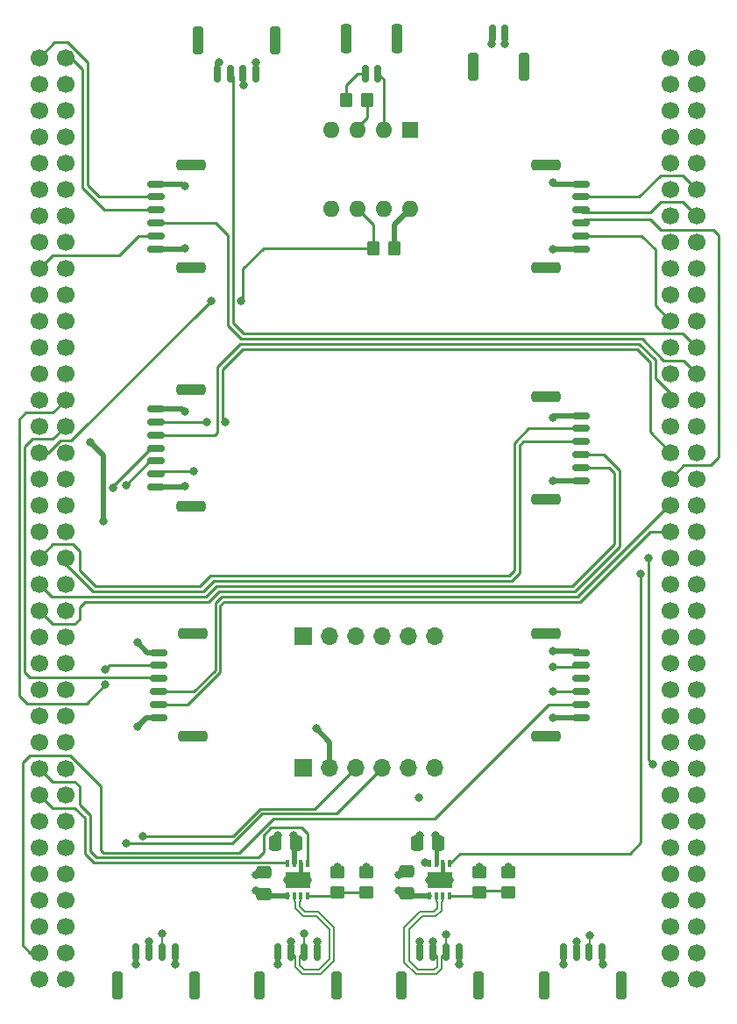
<source format=gbr>
%TF.GenerationSoftware,KiCad,Pcbnew,(6.0.1-0)*%
%TF.CreationDate,2023-01-01T10:50:50-08:00*%
%TF.ProjectId,nucleo_144_hat,6e75636c-656f-45f3-9134-345f6861742e,rev?*%
%TF.SameCoordinates,Original*%
%TF.FileFunction,Copper,L1,Top*%
%TF.FilePolarity,Positive*%
%FSLAX46Y46*%
G04 Gerber Fmt 4.6, Leading zero omitted, Abs format (unit mm)*
G04 Created by KiCad (PCBNEW (6.0.1-0)) date 2023-01-01 10:50:50*
%MOMM*%
%LPD*%
G01*
G04 APERTURE LIST*
G04 Aperture macros list*
%AMRoundRect*
0 Rectangle with rounded corners*
0 $1 Rounding radius*
0 $2 $3 $4 $5 $6 $7 $8 $9 X,Y pos of 4 corners*
0 Add a 4 corners polygon primitive as box body*
4,1,4,$2,$3,$4,$5,$6,$7,$8,$9,$2,$3,0*
0 Add four circle primitives for the rounded corners*
1,1,$1+$1,$2,$3*
1,1,$1+$1,$4,$5*
1,1,$1+$1,$6,$7*
1,1,$1+$1,$8,$9*
0 Add four rect primitives between the rounded corners*
20,1,$1+$1,$2,$3,$4,$5,0*
20,1,$1+$1,$4,$5,$6,$7,0*
20,1,$1+$1,$6,$7,$8,$9,0*
20,1,$1+$1,$8,$9,$2,$3,0*%
G04 Aperture macros list end*
%TA.AperFunction,SMDPad,CuDef*%
%ADD10RoundRect,0.150000X-0.150000X-0.700000X0.150000X-0.700000X0.150000X0.700000X-0.150000X0.700000X0*%
%TD*%
%TA.AperFunction,SMDPad,CuDef*%
%ADD11RoundRect,0.250000X-0.250000X-1.150000X0.250000X-1.150000X0.250000X1.150000X-0.250000X1.150000X0*%
%TD*%
%TA.AperFunction,SMDPad,CuDef*%
%ADD12RoundRect,0.250000X0.337500X0.475000X-0.337500X0.475000X-0.337500X-0.475000X0.337500X-0.475000X0*%
%TD*%
%TA.AperFunction,SMDPad,CuDef*%
%ADD13RoundRect,0.250000X-0.350000X-0.450000X0.350000X-0.450000X0.350000X0.450000X-0.350000X0.450000X0*%
%TD*%
%TA.AperFunction,SMDPad,CuDef*%
%ADD14R,0.350000X0.650000*%
%TD*%
%TA.AperFunction,SMDPad,CuDef*%
%ADD15R,2.400000X1.550000*%
%TD*%
%TA.AperFunction,ComponentPad*%
%ADD16C,1.700000*%
%TD*%
%TA.AperFunction,SMDPad,CuDef*%
%ADD17RoundRect,0.250000X-0.250000X-1.100000X0.250000X-1.100000X0.250000X1.100000X-0.250000X1.100000X0*%
%TD*%
%TA.AperFunction,SMDPad,CuDef*%
%ADD18RoundRect,0.150000X0.700000X-0.150000X0.700000X0.150000X-0.700000X0.150000X-0.700000X-0.150000X0*%
%TD*%
%TA.AperFunction,SMDPad,CuDef*%
%ADD19RoundRect,0.250000X1.150000X-0.250000X1.150000X0.250000X-1.150000X0.250000X-1.150000X-0.250000X0*%
%TD*%
%TA.AperFunction,SMDPad,CuDef*%
%ADD20RoundRect,0.250000X0.450000X-0.350000X0.450000X0.350000X-0.450000X0.350000X-0.450000X-0.350000X0*%
%TD*%
%TA.AperFunction,SMDPad,CuDef*%
%ADD21RoundRect,0.150000X-0.700000X0.150000X-0.700000X-0.150000X0.700000X-0.150000X0.700000X0.150000X0*%
%TD*%
%TA.AperFunction,SMDPad,CuDef*%
%ADD22RoundRect,0.250000X-1.150000X0.250000X-1.150000X-0.250000X1.150000X-0.250000X1.150000X0.250000X0*%
%TD*%
%TA.AperFunction,SMDPad,CuDef*%
%ADD23RoundRect,0.250000X0.475000X-0.337500X0.475000X0.337500X-0.475000X0.337500X-0.475000X-0.337500X0*%
%TD*%
%TA.AperFunction,SMDPad,CuDef*%
%ADD24RoundRect,0.150000X0.150000X0.700000X-0.150000X0.700000X-0.150000X-0.700000X0.150000X-0.700000X0*%
%TD*%
%TA.AperFunction,SMDPad,CuDef*%
%ADD25RoundRect,0.250000X0.250000X1.100000X-0.250000X1.100000X-0.250000X-1.100000X0.250000X-1.100000X0*%
%TD*%
%TA.AperFunction,SMDPad,CuDef*%
%ADD26RoundRect,0.250000X-0.450000X0.350000X-0.450000X-0.350000X0.450000X-0.350000X0.450000X0.350000X0*%
%TD*%
%TA.AperFunction,SMDPad,CuDef*%
%ADD27RoundRect,0.250000X0.350000X0.450000X-0.350000X0.450000X-0.350000X-0.450000X0.350000X-0.450000X0*%
%TD*%
%TA.AperFunction,ComponentPad*%
%ADD28R,1.700000X1.700000*%
%TD*%
%TA.AperFunction,ComponentPad*%
%ADD29O,1.700000X1.700000*%
%TD*%
%TA.AperFunction,ComponentPad*%
%ADD30O,1.600000X1.600000*%
%TD*%
%TA.AperFunction,ComponentPad*%
%ADD31R,1.600000X1.600000*%
%TD*%
%TA.AperFunction,ViaPad*%
%ADD32C,0.800000*%
%TD*%
%TA.AperFunction,Conductor*%
%ADD33C,0.200000*%
%TD*%
%TA.AperFunction,Conductor*%
%ADD34C,0.250000*%
%TD*%
%TA.AperFunction,Conductor*%
%ADD35C,0.500000*%
%TD*%
%TA.AperFunction,Conductor*%
%ADD36C,0.400000*%
%TD*%
G04 APERTURE END LIST*
D10*
%TO.P,J13,1,Pin_1*%
%TO.N,Net-(J13-Pad1)*%
X146995000Y-59350000D03*
%TO.P,J13,2,Pin_2*%
%TO.N,Net-(J13-Pad2)*%
X148245000Y-59350000D03*
D11*
%TO.P,J13,MP*%
%TO.N,N/C*%
X145145000Y-56000000D03*
X150095000Y-56000000D03*
%TD*%
D12*
%TO.P,C1,1*%
%TO.N,+5V*%
X140356500Y-133604000D03*
%TO.P,C1,2*%
%TO.N,GND*%
X138281500Y-133604000D03*
%TD*%
D13*
%TO.P,R5,2*%
%TO.N,Net-(R5-Pad2)*%
X147156000Y-61954000D03*
%TO.P,R5,1*%
%TO.N,Net-(J13-Pad1)*%
X145156000Y-61954000D03*
%TD*%
D14*
%TO.P,U3,1,TXD*%
%TO.N,/CAN2_TX*%
X155153000Y-135610000D03*
%TO.P,U3,2,GND*%
%TO.N,GND*%
X154503000Y-135610000D03*
%TO.P,U3,3,VCC*%
%TO.N,+5V*%
X153853000Y-135610000D03*
%TO.P,U3,4,RXD*%
%TO.N,/CAN2_RX*%
X153203000Y-135610000D03*
%TO.P,U3,5,VIO*%
%TO.N,+3V3*%
X153203000Y-138710000D03*
%TO.P,U3,6,CANL*%
%TO.N,/CAN2_N*%
X153853000Y-138710000D03*
%TO.P,U3,7,CANH*%
%TO.N,/CAN2_P*%
X154503000Y-138710000D03*
%TO.P,U3,8,S*%
%TO.N,/CAN_SILENT2*%
X155153000Y-138710000D03*
D15*
%TO.P,U3,9,GND*%
%TO.N,GND*%
X154178000Y-137160000D03*
%TD*%
D16*
%TO.P,U1,1,PC10*%
%TO.N,/UART4_TX*%
X115510500Y-57828600D03*
%TO.P,U1,2,PC11*%
%TO.N,/UART4_RX*%
X118050500Y-57828600D03*
%TO.P,U1,3,PC12*%
%TO.N,unconnected-(U1-Pad3)*%
X115510500Y-60368600D03*
%TO.P,U1,4,PD2*%
%TO.N,unconnected-(U1-Pad4)*%
X118050500Y-60368600D03*
%TO.P,U1,5,VDD*%
%TO.N,unconnected-(U1-Pad5)*%
X115510500Y-62908600D03*
%TO.P,U1,6,E5V*%
%TO.N,+5V*%
X118050500Y-62908600D03*
%TO.P,U1,7,~{BOOT0}*%
%TO.N,unconnected-(U1-Pad7)*%
X115510500Y-65448600D03*
%TO.P,U1,8,GND*%
%TO.N,GND*%
X118050500Y-65448600D03*
%TO.P,U1,9,PF6*%
%TO.N,unconnected-(U1-Pad9)*%
X115510500Y-67988600D03*
%TO.P,U1,10,NC*%
%TO.N,unconnected-(U1-Pad10)*%
X118050500Y-67988600D03*
%TO.P,U1,11,PF7*%
%TO.N,unconnected-(U1-Pad11)*%
X115510500Y-70528600D03*
%TO.P,U1,12,IOREF*%
%TO.N,unconnected-(U1-Pad12)*%
X118050500Y-70528600D03*
%TO.P,U1,13,TMS/PA13*%
%TO.N,unconnected-(U1-Pad13)*%
X115510500Y-73068600D03*
%TO.P,U1,14,~{RST}*%
%TO.N,unconnected-(U1-Pad14)*%
X118050500Y-73068600D03*
%TO.P,U1,15,TCK/PA14*%
%TO.N,unconnected-(U1-Pad15)*%
X115510500Y-75608600D03*
%TO.P,U1,16,+3V3*%
%TO.N,+3V3*%
X118050500Y-75608600D03*
%TO.P,U1,17,PA15*%
%TO.N,/UART4_RTS*%
X115510500Y-78148600D03*
%TO.P,U1,18,+5V*%
%TO.N,unconnected-(U1-Pad18)*%
X118050500Y-78148600D03*
%TO.P,U1,19,GND*%
%TO.N,GND*%
X115510500Y-80688600D03*
%TO.P,U1,20,GND*%
X118050500Y-80688600D03*
%TO.P,U1,21,LD2/PB7*%
%TO.N,unconnected-(U1-Pad21)*%
X115510500Y-83228600D03*
%TO.P,U1,22,GND*%
%TO.N,GND*%
X118050500Y-83228600D03*
%TO.P,U1,23,BT/PC13*%
%TO.N,unconnected-(U1-Pad23)*%
X115510500Y-85768600D03*
%TO.P,U1,24,VIN*%
%TO.N,unconnected-(U1-Pad24)*%
X118050500Y-85768600D03*
%TO.P,U1,25,RTC_CRYSTAL/PC14*%
%TO.N,unconnected-(U1-Pad25)*%
X115510500Y-88308600D03*
%TO.P,U1,26,NC*%
%TO.N,unconnected-(U1-Pad26)*%
X118050500Y-88308600D03*
%TO.P,U1,27,RTC_CRYSTAL/PC15*%
%TO.N,unconnected-(U1-Pad27)*%
X115510500Y-90848600D03*
%TO.P,U1,28,ETH_REF_CLK/PA0*%
%TO.N,/PWM2{slash}1*%
X118050500Y-90848600D03*
%TO.P,U1,29,PH0*%
%TO.N,unconnected-(U1-Pad29)*%
X115510500Y-93388600D03*
%TO.P,U1,30,ETH_MDIO/PA1*%
%TO.N,/PWM2{slash}2*%
X118050500Y-93388600D03*
%TO.P,U1,31,PH1*%
%TO.N,/PH1*%
X115510500Y-95928600D03*
%TO.P,U1,32,PA4*%
%TO.N,unconnected-(U1-Pad32)*%
X118050500Y-95928600D03*
%TO.P,U1,33,VBAT*%
%TO.N,unconnected-(U1-Pad33)*%
X115510500Y-98468600D03*
%TO.P,U1,34,PB0*%
%TO.N,/ADC1{slash}8*%
X118050500Y-98468600D03*
%TO.P,U1,35,PC2*%
%TO.N,unconnected-(U1-Pad35)*%
X115510500Y-101008600D03*
%TO.P,U1,36,ETH_MDC/PC1*%
%TO.N,unconnected-(U1-Pad36)*%
X118050500Y-101008600D03*
%TO.P,U1,37,PC3*%
%TO.N,unconnected-(U1-Pad37)*%
X115510500Y-103548600D03*
%TO.P,U1,38,PC0*%
%TO.N,unconnected-(U1-Pad38)*%
X118050500Y-103548600D03*
%TO.P,U1,39,PD4*%
%TO.N,/UART2_RTS*%
X115510500Y-106088600D03*
%TO.P,U1,40,PD3*%
%TO.N,/UART2_CTS*%
X118050500Y-106088600D03*
%TO.P,U1,41,PD5*%
%TO.N,/UART2_TX*%
X115510500Y-108628600D03*
%TO.P,U1,42,PG2*%
%TO.N,unconnected-(U1-Pad42)*%
X118050500Y-108628600D03*
%TO.P,U1,43,PD6*%
%TO.N,/UART2_RX*%
X115510500Y-111168600D03*
%TO.P,U1,44,PG3*%
%TO.N,unconnected-(U1-Pad44)*%
X118050500Y-111168600D03*
%TO.P,U1,45,PD7*%
%TO.N,/SPI1_MOSI*%
X115510500Y-113708600D03*
%TO.P,U1,46,PE2*%
%TO.N,unconnected-(U1-Pad46)*%
X118050500Y-113708600D03*
%TO.P,U1,47,PE3*%
%TO.N,unconnected-(U1-Pad47)*%
X115510500Y-116248600D03*
%TO.P,U1,48,PE4*%
%TO.N,unconnected-(U1-Pad48)*%
X118050500Y-116248600D03*
%TO.P,U1,49,GND*%
%TO.N,GND*%
X115510500Y-118788600D03*
%TO.P,U1,50,PE5*%
%TO.N,unconnected-(U1-Pad50)*%
X118050500Y-118788600D03*
%TO.P,U1,51,PF1*%
%TO.N,unconnected-(U1-Pad51)*%
X115510500Y-121328600D03*
%TO.P,U1,52,PF2*%
%TO.N,unconnected-(U1-Pad52)*%
X118050500Y-121328600D03*
%TO.P,U1,53,PF0*%
%TO.N,unconnected-(U1-Pad53)*%
X115510500Y-123868600D03*
%TO.P,U1,54,PF8*%
%TO.N,unconnected-(U1-Pad54)*%
X118050500Y-123868600D03*
%TO.P,U1,55,PD1*%
%TO.N,/CAN1_TX*%
X115510500Y-126408600D03*
%TO.P,U1,56,PF9*%
%TO.N,unconnected-(U1-Pad56)*%
X118050500Y-126408600D03*
%TO.P,U1,57,PD0*%
%TO.N,/CAN1_RX*%
X115510500Y-128948600D03*
%TO.P,U1,58,PG1*%
%TO.N,unconnected-(U1-Pad58)*%
X118050500Y-128948600D03*
%TO.P,U1,59,PG0*%
%TO.N,unconnected-(U1-Pad59)*%
X115510500Y-131488600D03*
%TO.P,U1,60,GND*%
%TO.N,GND*%
X118050500Y-131488600D03*
%TO.P,U1,61,PE1*%
%TO.N,/TX*%
X115510500Y-134028600D03*
%TO.P,U1,62,PE6*%
%TO.N,unconnected-(U1-Pad62)*%
X118050500Y-134028600D03*
%TO.P,U1,63,PG9*%
%TO.N,/RX*%
X115510500Y-136568600D03*
%TO.P,U1,64,PG15*%
%TO.N,unconnected-(U1-Pad64)*%
X118050500Y-136568600D03*
%TO.P,U1,65,PG12*%
%TO.N,unconnected-(U1-Pad65)*%
X115510500Y-139108600D03*
%TO.P,U1,66,PG10*%
%TO.N,/~{SPI1_CS1}*%
X118050500Y-139108600D03*
%TO.P,U1,67,NC*%
%TO.N,unconnected-(U1-Pad67)*%
X115510500Y-141648600D03*
%TO.P,U1,68,PG13/ETH_TXD0*%
%TO.N,unconnected-(U1-Pad68)*%
X118050500Y-141648600D03*
%TO.P,U1,69,STLINK_RX/PD9*%
%TO.N,/UART3_TX*%
X115510500Y-144188600D03*
%TO.P,U1,70,PG11/ETH_TX_EN*%
%TO.N,unconnected-(U1-Pad70)*%
X118050500Y-144188600D03*
%TO.P,U1,71,GND*%
%TO.N,GND*%
X115510500Y-146728600D03*
%TO.P,U1,72,GND*%
X118050500Y-146728600D03*
%TO.P,U1,73,PC9*%
%TO.N,unconnected-(U1-Pad73)*%
X176470500Y-57828600D03*
%TO.P,U1,74,PC8*%
%TO.N,unconnected-(U1-Pad74)*%
X179010500Y-57828600D03*
%TO.P,U1,75,PB8*%
%TO.N,unconnected-(U1-Pad75)*%
X176470500Y-60368600D03*
%TO.P,U1,76,PC6*%
%TO.N,unconnected-(U1-Pad76)*%
X179010500Y-60368600D03*
%TO.P,U1,77,PB9*%
%TO.N,unconnected-(U1-Pad77)*%
X176470500Y-62908600D03*
%TO.P,U1,78,ETH_RXD1/PC5*%
%TO.N,unconnected-(U1-Pad78)*%
X179010500Y-62908600D03*
%TO.P,U1,79,AVDD*%
%TO.N,unconnected-(U1-Pad79)*%
X176470500Y-65448600D03*
%TO.P,U1,80,U5V*%
%TO.N,unconnected-(U1-Pad80)*%
X179010500Y-65448600D03*
%TO.P,U1,81,GND*%
%TO.N,GND*%
X176470500Y-67988600D03*
%TO.P,U1,82,STLINK_TX/PD8*%
%TO.N,/UART3_RX*%
X179010500Y-67988600D03*
%TO.P,U1,83,PA5*%
%TO.N,unconnected-(U1-Pad83)*%
X176470500Y-70528600D03*
%TO.P,U1,84,USB_DP/PA12*%
%TO.N,/UART1_RTS*%
X179010500Y-70528600D03*
%TO.P,U1,85,PA6*%
%TO.N,unconnected-(U1-Pad85)*%
X176470500Y-73068600D03*
%TO.P,U1,86,USB_DM/PA11*%
%TO.N,/UART1_CTS*%
X179010500Y-73068600D03*
%TO.P,U1,87,ETH_CRS_DV/PA7*%
%TO.N,unconnected-(U1-Pad87)*%
X176470500Y-75608600D03*
%TO.P,U1,88,PB12*%
%TO.N,/~{SPI2_CS2}*%
X179010500Y-75608600D03*
%TO.P,U1,89,PB6*%
%TO.N,/CAN2_TX*%
X176470500Y-78148600D03*
%TO.P,U1,90,PB11*%
%TO.N,unconnected-(U1-Pad90)*%
X179010500Y-78148600D03*
%TO.P,U1,91,PC7*%
%TO.N,unconnected-(U1-Pad91)*%
X176470500Y-80688600D03*
%TO.P,U1,92,GND*%
%TO.N,GND*%
X179010500Y-80688600D03*
%TO.P,U1,93,USB_VBUS/PA9*%
%TO.N,/UART1_TX*%
X176470500Y-83228600D03*
%TO.P,U1,94,PB2*%
%TO.N,unconnected-(U1-Pad94)*%
X179010500Y-83228600D03*
%TO.P,U1,95,USB_SOF/PA8*%
%TO.N,unconnected-(U1-Pad95)*%
X176470500Y-85768600D03*
%TO.P,U1,96,PB1*%
%TO.N,/ADC1{slash}9*%
X179010500Y-85768600D03*
%TO.P,U1,97,PB10*%
%TO.N,unconnected-(U1-Pad97)*%
X176470500Y-88308600D03*
%TO.P,U1,98,PB15*%
%TO.N,/UART4_CTS*%
X179010500Y-88308600D03*
%TO.P,U1,99,PB4*%
%TO.N,/SPI1_MISO*%
X176470500Y-90848600D03*
%TO.P,U1,100,LD3/PB14*%
%TO.N,/UART3_RTS*%
X179010500Y-90848600D03*
%TO.P,U1,101,PB5*%
%TO.N,/CAN2_RX*%
X176470500Y-93388600D03*
%TO.P,U1,102,ETH_TXD1/PB13*%
%TO.N,/UART3_CTS*%
X179010500Y-93388600D03*
%TO.P,U1,103,SWO/PB3*%
%TO.N,/SPI1_SCK*%
X176470500Y-95928600D03*
%TO.P,U1,104,AGND*%
%TO.N,GND*%
X179010500Y-95928600D03*
%TO.P,U1,105,USB_ID/PA10*%
%TO.N,/UART1_RX*%
X176470500Y-98468600D03*
%TO.P,U1,106,ETH_RXD0/PC4*%
%TO.N,unconnected-(U1-Pad106)*%
X179010500Y-98468600D03*
%TO.P,U1,107,PA2*%
%TO.N,/PWM2{slash}3*%
X176470500Y-101008600D03*
%TO.P,U1,108,PF5*%
%TO.N,unconnected-(U1-Pad108)*%
X179010500Y-101008600D03*
%TO.P,U1,109,PA3*%
%TO.N,/PWM2{slash}4*%
X176470500Y-103548600D03*
%TO.P,U1,110,PF4*%
%TO.N,unconnected-(U1-Pad110)*%
X179010500Y-103548600D03*
%TO.P,U1,111,GND*%
%TO.N,GND*%
X176470500Y-106088600D03*
%TO.P,U1,112,PE8*%
%TO.N,unconnected-(U1-Pad112)*%
X179010500Y-106088600D03*
%TO.P,U1,113,PD13*%
%TO.N,unconnected-(U1-Pad113)*%
X176470500Y-108628600D03*
%TO.P,U1,114,PF10*%
%TO.N,unconnected-(U1-Pad114)*%
X179010500Y-108628600D03*
%TO.P,U1,115,PD12*%
%TO.N,unconnected-(U1-Pad115)*%
X176470500Y-111168600D03*
%TO.P,U1,116,PE7*%
%TO.N,unconnected-(U1-Pad116)*%
X179010500Y-111168600D03*
%TO.P,U1,117,PD11*%
%TO.N,unconnected-(U1-Pad117)*%
X176470500Y-113708600D03*
%TO.P,U1,118,PD14*%
%TO.N,unconnected-(U1-Pad118)*%
X179010500Y-113708600D03*
%TO.P,U1,119,PE10*%
%TO.N,unconnected-(U1-Pad119)*%
X176470500Y-116248600D03*
%TO.P,U1,120,PD15*%
%TO.N,unconnected-(U1-Pad120)*%
X179010500Y-116248600D03*
%TO.P,U1,121,PE12*%
%TO.N,unconnected-(U1-Pad121)*%
X176470500Y-118788600D03*
%TO.P,U1,122,PF14*%
%TO.N,unconnected-(U1-Pad122)*%
X179010500Y-118788600D03*
%TO.P,U1,123,PE14*%
%TO.N,unconnected-(U1-Pad123)*%
X176470500Y-121328600D03*
%TO.P,U1,124,PE9*%
%TO.N,unconnected-(U1-Pad124)*%
X179010500Y-121328600D03*
%TO.P,U1,125,PE15*%
%TO.N,unconnected-(U1-Pad125)*%
X176470500Y-123868600D03*
%TO.P,U1,126,GND*%
%TO.N,GND*%
X179010500Y-123868600D03*
%TO.P,U1,127,PE13*%
%TO.N,unconnected-(U1-Pad127)*%
X176470500Y-126408600D03*
%TO.P,U1,128,PE11*%
%TO.N,unconnected-(U1-Pad128)*%
X179010500Y-126408600D03*
%TO.P,U1,129,PF13*%
%TO.N,unconnected-(U1-Pad129)*%
X176470500Y-128948600D03*
%TO.P,U1,130,PF3*%
%TO.N,unconnected-(U1-Pad130)*%
X179010500Y-128948600D03*
%TO.P,U1,131,PF12*%
%TO.N,unconnected-(U1-Pad131)*%
X176470500Y-131488600D03*
%TO.P,U1,132,PF15*%
%TO.N,unconnected-(U1-Pad132)*%
X179010500Y-131488600D03*
%TO.P,U1,133,PG14*%
%TO.N,unconnected-(U1-Pad133)*%
X176470500Y-134028600D03*
%TO.P,U1,134,PF11*%
%TO.N,unconnected-(U1-Pad134)*%
X179010500Y-134028600D03*
%TO.P,U1,135,GND*%
%TO.N,GND*%
X176470500Y-136568600D03*
%TO.P,U1,136,PE0*%
%TO.N,unconnected-(U1-Pad136)*%
X179010500Y-136568600D03*
%TO.P,U1,137,PD10*%
%TO.N,unconnected-(U1-Pad137)*%
X176470500Y-139108600D03*
%TO.P,U1,138,PG8*%
%TO.N,unconnected-(U1-Pad138)*%
X179010500Y-139108600D03*
%TO.P,U1,139,PG7/USB_GPIO_IN*%
%TO.N,unconnected-(U1-Pad139)*%
X176470500Y-141648600D03*
%TO.P,U1,140,PG5*%
%TO.N,unconnected-(U1-Pad140)*%
X179010500Y-141648600D03*
%TO.P,U1,141,PG4*%
%TO.N,unconnected-(U1-Pad141)*%
X176470500Y-144188600D03*
%TO.P,U1,142,PG6/USB_GPIO_OUT*%
%TO.N,unconnected-(U1-Pad142)*%
X179010500Y-144188600D03*
%TO.P,U1,143,GND*%
%TO.N,GND*%
X176470500Y-146728600D03*
%TO.P,U1,144,GND*%
X179010500Y-146728600D03*
%TD*%
D10*
%TO.P,J9,1,Pin_1*%
%TO.N,+5V*%
X152303000Y-144174600D03*
%TO.P,J9,2,Pin_2*%
%TO.N,/CAN2_P*%
X153553000Y-144174600D03*
%TO.P,J9,3,Pin_3*%
%TO.N,/CAN2_N*%
X154803000Y-144174600D03*
%TO.P,J9,4,Pin_4*%
%TO.N,GND*%
X156053000Y-144174600D03*
D17*
%TO.P,J9,MP*%
%TO.N,N/C*%
X150453000Y-147374600D03*
X157903000Y-147374600D03*
%TD*%
D18*
%TO.P,J4,1,Pin_1*%
%TO.N,+5V*%
X167812000Y-76277000D03*
%TO.P,J4,2,Pin_2*%
%TO.N,/UART1_TX*%
X167812000Y-75027000D03*
%TO.P,J4,3,Pin_3*%
%TO.N,/UART1_RX*%
X167812000Y-73777000D03*
%TO.P,J4,4,Pin_4*%
%TO.N,/UART1_CTS*%
X167812000Y-72527000D03*
%TO.P,J4,5,Pin_5*%
%TO.N,/UART1_RTS*%
X167812000Y-71277000D03*
%TO.P,J4,6,Pin_6*%
%TO.N,GND*%
X167812000Y-70027000D03*
D19*
%TO.P,J4,MP*%
%TO.N,N/C*%
X164462000Y-78127000D03*
X164462000Y-68177000D03*
%TD*%
D18*
%TO.P,J6,1,Pin_1*%
%TO.N,+5V*%
X167812000Y-121489000D03*
%TO.P,J6,2,Pin_2*%
%TO.N,/UART3_TX*%
X167812000Y-120239000D03*
%TO.P,J6,3,Pin_3*%
%TO.N,/UART3_RX*%
X167812000Y-118989000D03*
%TO.P,J6,4,Pin_4*%
%TO.N,/UART3_CTS*%
X167812000Y-117739000D03*
%TO.P,J6,5,Pin_5*%
%TO.N,/UART3_RTS*%
X167812000Y-116489000D03*
%TO.P,J6,6,Pin_6*%
%TO.N,GND*%
X167812000Y-115239000D03*
D19*
%TO.P,J6,MP*%
%TO.N,N/C*%
X164462000Y-123339000D03*
X164462000Y-113389000D03*
%TD*%
D20*
%TO.P,R2,1*%
%TO.N,/CAN_SILENT2*%
X160782000Y-138414000D03*
%TO.P,R2,2*%
%TO.N,GND*%
X160782000Y-136414000D03*
%TD*%
D21*
%TO.P,J7,1,Pin_1*%
%TO.N,+5V*%
X126828000Y-70027000D03*
%TO.P,J7,2,Pin_2*%
%TO.N,/UART4_TX*%
X126828000Y-71277000D03*
%TO.P,J7,3,Pin_3*%
%TO.N,/UART4_RX*%
X126828000Y-72527000D03*
%TO.P,J7,4,Pin_4*%
%TO.N,/UART4_CTS*%
X126828000Y-73777000D03*
%TO.P,J7,5,Pin_5*%
%TO.N,/UART4_RTS*%
X126828000Y-75027000D03*
%TO.P,J7,6,Pin_6*%
%TO.N,GND*%
X126828000Y-76277000D03*
D22*
%TO.P,J7,MP*%
%TO.N,N/C*%
X130178000Y-78127000D03*
X130178000Y-68177000D03*
%TD*%
D23*
%TO.P,C4,1*%
%TO.N,+3V3*%
X151003000Y-138451500D03*
%TO.P,C4,2*%
%TO.N,GND*%
X151003000Y-136376500D03*
%TD*%
%TO.P,C3,1*%
%TO.N,+3V3*%
X137166000Y-138539000D03*
%TO.P,C3,2*%
%TO.N,GND*%
X137166000Y-136464000D03*
%TD*%
D24*
%TO.P,J3,1,Pin_1*%
%TO.N,+5V*%
X136444200Y-59381000D03*
%TO.P,J3,2,Pin_2*%
%TO.N,/ADC1{slash}8*%
X135194200Y-59381000D03*
%TO.P,J3,3,Pin_3*%
%TO.N,/ADC1{slash}9*%
X133944200Y-59381000D03*
%TO.P,J3,4,Pin_4*%
%TO.N,GND*%
X132694200Y-59381000D03*
D25*
%TO.P,J3,MP*%
%TO.N,N/C*%
X130844200Y-56181000D03*
X138294200Y-56181000D03*
%TD*%
D10*
%TO.P,J12,1,Pin_1*%
%TO.N,GND*%
X159265000Y-55530000D03*
%TO.P,J12,2,Pin_2*%
%TO.N,+5V*%
X160515000Y-55530000D03*
D17*
%TO.P,J12,MP*%
%TO.N,N/C*%
X162365000Y-58730000D03*
X157415000Y-58730000D03*
%TD*%
D10*
%TO.P,J11,1,Pin_1*%
%TO.N,+5V*%
X138587000Y-144174600D03*
%TO.P,J11,2,Pin_2*%
%TO.N,/CAN1_P*%
X139837000Y-144174600D03*
%TO.P,J11,3,Pin_3*%
%TO.N,/CAN1_N*%
X141087000Y-144174600D03*
%TO.P,J11,4,Pin_4*%
%TO.N,GND*%
X142337000Y-144174600D03*
D17*
%TO.P,J11,MP*%
%TO.N,N/C*%
X136737000Y-147374600D03*
X144187000Y-147374600D03*
%TD*%
D26*
%TO.P,R3,1*%
%TO.N,+3V3*%
X144272000Y-136414000D03*
%TO.P,R3,2*%
%TO.N,/CAN_SILENT1*%
X144272000Y-138414000D03*
%TD*%
D27*
%TO.P,R6,1*%
%TO.N,+5V*%
X149790000Y-76200000D03*
%TO.P,R6,2*%
%TO.N,/PH1*%
X147790000Y-76200000D03*
%TD*%
D26*
%TO.P,R4,1*%
%TO.N,+3V3*%
X157988000Y-136414000D03*
%TO.P,R4,2*%
%TO.N,/CAN_SILENT2*%
X157988000Y-138414000D03*
%TD*%
D10*
%TO.P,J10,1,Pin_1*%
%TO.N,+5V*%
X166146000Y-144174600D03*
%TO.P,J10,2,Pin_2*%
%TO.N,/CAN2_P*%
X167396000Y-144174600D03*
%TO.P,J10,3,Pin_3*%
%TO.N,/CAN2_N*%
X168646000Y-144174600D03*
%TO.P,J10,4,Pin_4*%
%TO.N,GND*%
X169896000Y-144174600D03*
D17*
%TO.P,J10,MP*%
%TO.N,N/C*%
X171746000Y-147374600D03*
X164296000Y-147374600D03*
%TD*%
D21*
%TO.P,J2,1,Pin_1*%
%TO.N,+5V*%
X127026000Y-115239000D03*
%TO.P,J2,2,Pin_2*%
%TO.N,/PWM2{slash}1*%
X127026000Y-116489000D03*
%TO.P,J2,3,Pin_3*%
%TO.N,/PWM2{slash}2*%
X127026000Y-117739000D03*
%TO.P,J2,4,Pin_4*%
%TO.N,/PWM2{slash}3*%
X127026000Y-118989000D03*
%TO.P,J2,5,Pin_5*%
%TO.N,/PWM2{slash}4*%
X127026000Y-120239000D03*
%TO.P,J2,6,Pin_6*%
%TO.N,GND*%
X127026000Y-121489000D03*
D22*
%TO.P,J2,MP*%
%TO.N,N/C*%
X130376000Y-113389000D03*
X130376000Y-123339000D03*
%TD*%
D14*
%TO.P,U2,1,TXD*%
%TO.N,/CAN1_TX*%
X141437000Y-135610000D03*
%TO.P,U2,2,GND*%
%TO.N,GND*%
X140787000Y-135610000D03*
%TO.P,U2,3,VCC*%
%TO.N,+5V*%
X140137000Y-135610000D03*
%TO.P,U2,4,RXD*%
%TO.N,/CAN1_RX*%
X139487000Y-135610000D03*
%TO.P,U2,5,VIO*%
%TO.N,+3V3*%
X139487000Y-138710000D03*
%TO.P,U2,6,CANL*%
%TO.N,/CAN1_N*%
X140137000Y-138710000D03*
%TO.P,U2,7,CANH*%
%TO.N,/CAN1_P*%
X140787000Y-138710000D03*
%TO.P,U2,8,S*%
%TO.N,/CAN_SILENT1*%
X141437000Y-138710000D03*
D15*
%TO.P,U2,9,GND*%
%TO.N,GND*%
X140462000Y-137160000D03*
%TD*%
D18*
%TO.P,J5,1,Pin_1*%
%TO.N,+5V*%
X167812000Y-98629000D03*
%TO.P,J5,2,Pin_2*%
%TO.N,/UART2_TX*%
X167812000Y-97379000D03*
%TO.P,J5,3,Pin_3*%
%TO.N,/UART2_RX*%
X167812000Y-96129000D03*
%TO.P,J5,4,Pin_4*%
%TO.N,/UART2_CTS*%
X167812000Y-94879000D03*
%TO.P,J5,5,Pin_5*%
%TO.N,/UART2_RTS*%
X167812000Y-93629000D03*
%TO.P,J5,6,Pin_6*%
%TO.N,GND*%
X167812000Y-92379000D03*
D19*
%TO.P,J5,MP*%
%TO.N,N/C*%
X164462000Y-90529000D03*
X164462000Y-100479000D03*
%TD*%
D28*
%TO.P,J15,1,Pin_1*%
%TO.N,unconnected-(J15-Pad1)*%
X141040000Y-113630000D03*
D29*
%TO.P,J15,2,Pin_2*%
%TO.N,unconnected-(J15-Pad2)*%
X143580000Y-113630000D03*
%TO.P,J15,3,Pin_3*%
%TO.N,unconnected-(J15-Pad3)*%
X146120000Y-113630000D03*
%TO.P,J15,4,Pin_4*%
%TO.N,unconnected-(J15-Pad4)*%
X148660000Y-113630000D03*
%TO.P,J15,5,Pin_5*%
%TO.N,unconnected-(J15-Pad5)*%
X151200000Y-113630000D03*
%TO.P,J15,6,Pin_6*%
%TO.N,unconnected-(J15-Pad6)*%
X153740000Y-113630000D03*
%TD*%
D30*
%TO.P,U4,8,VCC*%
%TO.N,+5V*%
X151320000Y-72400000D03*
%TO.P,U4,7,EN*%
%TO.N,unconnected-(U4-Pad7)*%
X148780000Y-72400000D03*
%TO.P,U4,6,VO*%
%TO.N,/PH1*%
X146240000Y-72400000D03*
%TO.P,U4,5,GND*%
%TO.N,GND*%
X143700000Y-72400000D03*
%TO.P,U4,4*%
%TO.N,N/C*%
X143700000Y-64780000D03*
%TO.P,U4,3,C*%
%TO.N,Net-(R5-Pad2)*%
X146240000Y-64780000D03*
%TO.P,U4,2,A*%
%TO.N,Net-(J13-Pad2)*%
X148780000Y-64780000D03*
D31*
%TO.P,U4,1,NC*%
%TO.N,unconnected-(U4-Pad1)*%
X151320000Y-64780000D03*
%TD*%
D12*
%TO.P,C2,1*%
%TO.N,+5V*%
X154072500Y-133604000D03*
%TO.P,C2,2*%
%TO.N,GND*%
X151997500Y-133604000D03*
%TD*%
D20*
%TO.P,R1,1*%
%TO.N,/CAN_SILENT1*%
X147066000Y-138414000D03*
%TO.P,R1,2*%
%TO.N,GND*%
X147066000Y-136414000D03*
%TD*%
D28*
%TO.P,J14,1,Pin_1*%
%TO.N,unconnected-(J14-Pad1)*%
X141040000Y-126330000D03*
D29*
%TO.P,J14,2,Pin_2*%
%TO.N,+5V*%
X143580000Y-126330000D03*
%TO.P,J14,3,Pin_3*%
%TO.N,/RX*%
X146120000Y-126330000D03*
%TO.P,J14,4,Pin_4*%
%TO.N,/TX*%
X148660000Y-126330000D03*
%TO.P,J14,5,Pin_5*%
%TO.N,GND*%
X151200000Y-126330000D03*
%TO.P,J14,6,Pin_6*%
%TO.N,unconnected-(J14-Pad6)*%
X153740000Y-126330000D03*
%TD*%
D10*
%TO.P,J8,1,Pin_1*%
%TO.N,+5V*%
X124871000Y-144174600D03*
%TO.P,J8,2,Pin_2*%
%TO.N,/CAN1_P*%
X126121000Y-144174600D03*
%TO.P,J8,3,Pin_3*%
%TO.N,/CAN1_N*%
X127371000Y-144174600D03*
%TO.P,J8,4,Pin_4*%
%TO.N,GND*%
X128621000Y-144174600D03*
D17*
%TO.P,J8,MP*%
%TO.N,N/C*%
X123021000Y-147374600D03*
X130471000Y-147374600D03*
%TD*%
D21*
%TO.P,J1,1,Pin_1*%
%TO.N,+5V*%
X126828000Y-91754000D03*
%TO.P,J1,2,Pin_2*%
%TO.N,/SPI1_SCK*%
X126828000Y-93004000D03*
%TO.P,J1,3,Pin_3*%
%TO.N,/SPI1_MISO*%
X126828000Y-94254000D03*
%TO.P,J1,4,Pin_4*%
%TO.N,/SPI1_MOSI*%
X126828000Y-95504000D03*
%TO.P,J1,5,Pin_5*%
%TO.N,/~{SPI1_CS1}*%
X126828000Y-96754000D03*
%TO.P,J1,6,Pin_6*%
%TO.N,/~{SPI2_CS2}*%
X126828000Y-98004000D03*
%TO.P,J1,7,Pin_7*%
%TO.N,GND*%
X126828000Y-99254000D03*
D22*
%TO.P,J1,MP*%
%TO.N,N/C*%
X130178000Y-89904000D03*
X130178000Y-101104000D03*
%TD*%
D32*
%TO.N,+5V*%
X153797000Y-132842000D03*
X165100000Y-76327000D03*
X138557000Y-145288000D03*
X152273000Y-143129000D03*
X166116000Y-145288000D03*
X165100000Y-98679000D03*
X160525000Y-56491000D03*
X142300000Y-122580000D03*
X129540000Y-91948000D03*
X129540000Y-70231000D03*
X124841000Y-145288000D03*
X140081000Y-132842000D03*
X136456000Y-58264000D03*
X165100000Y-121539000D03*
X124986000Y-114254000D03*
%TO.N,/CAN1_P*%
X139827000Y-143129000D03*
X126111000Y-143129000D03*
%TO.N,/CAN1_N*%
X127381000Y-142367000D03*
X141097000Y-142367000D03*
%TO.N,GND*%
X132842000Y-58293000D03*
X124996000Y-122354000D03*
X156083000Y-145288000D03*
X129540000Y-99187000D03*
X129540000Y-76200000D03*
X169926000Y-145288000D03*
X152273000Y-132842000D03*
X165100000Y-115062000D03*
X165100000Y-69850000D03*
X165100000Y-92583000D03*
X155166000Y-137160000D03*
X160782000Y-135890000D03*
X153166000Y-137160000D03*
X141400000Y-137160000D03*
X152180000Y-129260000D03*
X139446000Y-137160000D03*
X150241000Y-136652000D03*
X142367000Y-143129000D03*
X159255000Y-56491000D03*
X147066000Y-135890000D03*
X128651000Y-145288000D03*
X140462000Y-137160000D03*
X138557000Y-132842000D03*
X154178000Y-137160000D03*
X136398000Y-136652000D03*
%TO.N,+3V3*%
X157988000Y-135890000D03*
X121666000Y-102544000D03*
X120396000Y-94924000D03*
X144272000Y-135890000D03*
X150241000Y-138176000D03*
X136398000Y-138176000D03*
%TO.N,/PWM2{slash}1*%
X121896000Y-118344000D03*
X121896000Y-116877500D03*
%TO.N,/PH1*%
X132080000Y-81280000D03*
X134963500Y-81280000D03*
%TO.N,/ADC1{slash}8*%
X135255000Y-60452000D03*
%TO.N,/SPI1_MOSI*%
X122642701Y-99312701D03*
%TO.N,/RX*%
X125540000Y-132926500D03*
%TO.N,/TX*%
X123925902Y-133655891D03*
%TO.N,/~{SPI1_CS1}*%
X123880000Y-99100000D03*
%TO.N,/UART3_RX*%
X165100000Y-118999000D03*
%TO.N,/~{SPI2_CS2}*%
X130470000Y-97730000D03*
%TO.N,/CAN2_TX*%
X173646500Y-107620000D03*
%TO.N,/UART3_RTS*%
X165100000Y-116586000D03*
%TO.N,/CAN2_RX*%
X174752000Y-125984000D03*
X174360000Y-106080000D03*
X152781000Y-135509000D03*
%TO.N,/SPI1_SCK*%
X133439500Y-92964000D03*
X131699000Y-92964000D03*
%TO.N,/CAN2_N*%
X154813000Y-142429500D03*
X168656000Y-142494000D03*
%TO.N,/CAN2_P*%
X153543000Y-143129000D03*
X167386000Y-143129000D03*
%TD*%
D33*
%TO.N,/CAN2_N*%
X153853000Y-139197501D02*
X153853000Y-138710000D01*
X152306800Y-140237000D02*
X153647429Y-140237000D01*
X153953000Y-139297501D02*
X153853000Y-139197501D01*
X154803000Y-144174600D02*
X154403001Y-144574599D01*
X153647429Y-140237000D02*
X153953000Y-139931429D01*
X153953000Y-139931429D02*
X153953000Y-139297501D01*
X153849074Y-146275000D02*
X151925800Y-146275000D01*
X150778000Y-141765800D02*
X152306800Y-140237000D01*
X154403000Y-145721074D02*
X153849074Y-146275000D01*
X150778000Y-145127200D02*
X150778000Y-141765800D01*
X154403001Y-144574599D02*
X154403000Y-145721074D01*
X151925800Y-146275000D02*
X150778000Y-145127200D01*
%TO.N,/CAN2_P*%
X153833829Y-140687000D02*
X154403000Y-140117829D01*
X152493200Y-140687000D02*
X153833829Y-140687000D01*
X151228000Y-141952200D02*
X152493200Y-140687000D01*
X151228000Y-144940800D02*
X151228000Y-141952200D01*
X154503000Y-139197501D02*
X154503000Y-138710000D01*
X154403000Y-139297501D02*
X154503000Y-139197501D01*
X154403000Y-140117829D02*
X154403000Y-139297501D01*
X153662674Y-145825000D02*
X152112200Y-145825000D01*
X153952999Y-144574599D02*
X153953000Y-145534674D01*
X152112200Y-145825000D02*
X151228000Y-144940800D01*
X153953000Y-145534674D02*
X153662674Y-145825000D01*
X153553000Y-144174600D02*
X153952999Y-144574599D01*
D34*
%TO.N,/CAN2_TX*%
X173646500Y-107620000D02*
X173650000Y-107623500D01*
X173650000Y-107623500D02*
X173650000Y-133550000D01*
X173650000Y-133550000D02*
X172580000Y-134620000D01*
X172580000Y-134620000D02*
X156143000Y-134620000D01*
X156143000Y-134620000D02*
X155153000Y-135610000D01*
%TO.N,/UART3_TX*%
X121425499Y-134310499D02*
X121666000Y-134551000D01*
X113919000Y-125857000D02*
X114570228Y-125205772D01*
X134814604Y-134551000D02*
X138115604Y-131250000D01*
X138115604Y-131250000D02*
X153680000Y-131250000D01*
X114570228Y-125205772D02*
X118509373Y-125205772D01*
X118509373Y-125205772D02*
X121425499Y-128121898D01*
X121425499Y-128121898D02*
X121425499Y-134310499D01*
X113919000Y-143498050D02*
X113919000Y-125857000D01*
X121666000Y-134551000D02*
X134814604Y-134551000D01*
X114609550Y-144188600D02*
X113919000Y-143498050D01*
X115510500Y-144188600D02*
X114609550Y-144188600D01*
X153680000Y-131250000D02*
X164691000Y-120239000D01*
X164691000Y-120239000D02*
X167812000Y-120239000D01*
%TO.N,Net-(J13-Pad1)*%
X145156000Y-61954000D02*
X145156000Y-60464000D01*
X145156000Y-60464000D02*
X146270000Y-59350000D01*
X146270000Y-59350000D02*
X146995000Y-59350000D01*
%TO.N,Net-(J13-Pad2)*%
X148780000Y-64780000D02*
X148780000Y-59885000D01*
X148780000Y-59885000D02*
X148245000Y-59350000D01*
D35*
%TO.N,+5V*%
X140137000Y-135610000D02*
X140137000Y-133647000D01*
D36*
X153810000Y-132855000D02*
X153797000Y-132842000D01*
D35*
X127026000Y-115239000D02*
X125971000Y-115239000D01*
D36*
X153853000Y-135610000D02*
X153853000Y-133647000D01*
D35*
X129346000Y-91754000D02*
X129540000Y-91948000D01*
X138587000Y-144174600D02*
X138587000Y-145258000D01*
X136456000Y-58264000D02*
X136444200Y-58275800D01*
X165150000Y-76277000D02*
X165100000Y-76327000D01*
D36*
X153810000Y-133604000D02*
X153810000Y-132855000D01*
D35*
X160515000Y-56481000D02*
X160525000Y-56491000D01*
X140137000Y-133647000D02*
X140094000Y-133604000D01*
X167812000Y-76277000D02*
X165150000Y-76277000D01*
X140094000Y-132855000D02*
X140081000Y-132842000D01*
X165100000Y-121539000D02*
X167762000Y-121539000D01*
X152303000Y-144174600D02*
X152303000Y-143159000D01*
X143580000Y-126330000D02*
X143580000Y-123860000D01*
X166146000Y-144174600D02*
X166146000Y-145258000D01*
X165150000Y-98629000D02*
X165100000Y-98679000D01*
X125971000Y-115239000D02*
X124986000Y-114254000D01*
X151320000Y-72400000D02*
X149790000Y-73930000D01*
X167812000Y-98629000D02*
X165150000Y-98629000D01*
X140094000Y-133604000D02*
X140094000Y-132855000D01*
X152303000Y-143159000D02*
X152273000Y-143129000D01*
X166146000Y-145258000D02*
X166116000Y-145288000D01*
X138587000Y-145258000D02*
X138557000Y-145288000D01*
X165050000Y-76277000D02*
X165100000Y-76327000D01*
X126828000Y-91754000D02*
X129346000Y-91754000D01*
X165050000Y-98629000D02*
X165100000Y-98679000D01*
X167762000Y-121539000D02*
X167812000Y-121489000D01*
X143580000Y-123860000D02*
X142300000Y-122580000D01*
X165050000Y-121489000D02*
X165100000Y-121539000D01*
X160515000Y-55530000D02*
X160515000Y-56481000D01*
X126828000Y-70027000D02*
X129336000Y-70027000D01*
X136444200Y-58275800D02*
X136444200Y-59381000D01*
X124871000Y-144174600D02*
X124871000Y-145258000D01*
X149790000Y-73930000D02*
X149790000Y-76200000D01*
D36*
X153853000Y-133647000D02*
X153810000Y-133604000D01*
D35*
X129336000Y-70027000D02*
X129540000Y-70231000D01*
X124871000Y-145258000D02*
X124841000Y-145288000D01*
D33*
%TO.N,/CAN1_P*%
X142711867Y-146277333D02*
X143989000Y-145000200D01*
X140687000Y-139297501D02*
X140787000Y-139197501D01*
X142460200Y-140237000D02*
X141190200Y-140237000D01*
X140237000Y-145588673D02*
X140925660Y-146277333D01*
X141190200Y-140237000D02*
X140687000Y-139733800D01*
X140687000Y-139733800D02*
X140687000Y-139297501D01*
X126121000Y-143139000D02*
X126111000Y-143129000D01*
X140236999Y-144574599D02*
X140237000Y-145588673D01*
X140787000Y-139197501D02*
X140787000Y-138710000D01*
X143989000Y-145000200D02*
X143989000Y-141765800D01*
X126121000Y-144174600D02*
X126121000Y-143139000D01*
X143989000Y-141765800D02*
X142460200Y-140237000D01*
X139827000Y-143129000D02*
X139827000Y-144164600D01*
X140925660Y-146277333D02*
X142711867Y-146277333D01*
X139837000Y-144174600D02*
X140236999Y-144574599D01*
%TO.N,/CAN1_N*%
X127371000Y-142377000D02*
X127371000Y-144174600D01*
X141003800Y-140687000D02*
X140237000Y-139920200D01*
X142525467Y-145827333D02*
X143539000Y-144813800D01*
X141097000Y-142367000D02*
X141097000Y-144164600D01*
X140687000Y-145402273D02*
X141112060Y-145827333D01*
X142273800Y-140687000D02*
X141003800Y-140687000D01*
X140137000Y-139197501D02*
X140137000Y-138710000D01*
X140237000Y-139920200D02*
X140237000Y-139297501D01*
X143539000Y-144813800D02*
X143539000Y-141952200D01*
X141112060Y-145827333D02*
X142525467Y-145827333D01*
X143539000Y-141952200D02*
X142273800Y-140687000D01*
X140687001Y-144574599D02*
X140687000Y-145402273D01*
X140237000Y-139297501D02*
X140137000Y-139197501D01*
X141087000Y-144174600D02*
X140687001Y-144574599D01*
X127381000Y-142367000D02*
X127371000Y-142377000D01*
D35*
%TO.N,GND*%
X165304000Y-92379000D02*
X165100000Y-92583000D01*
X150254000Y-136639000D02*
X150241000Y-136652000D01*
X137160000Y-136639000D02*
X136411000Y-136639000D01*
D36*
X152260000Y-133604000D02*
X152260000Y-132855000D01*
D35*
X151003000Y-136639000D02*
X150254000Y-136639000D01*
X165277000Y-70027000D02*
X165100000Y-69850000D01*
X129617000Y-76277000D02*
X129540000Y-76200000D01*
X147066000Y-136589000D02*
X147066000Y-135890000D01*
X132694200Y-59381000D02*
X132694200Y-58440800D01*
D36*
X140589000Y-137160000D02*
X140787000Y-136962000D01*
D35*
X159265000Y-56481000D02*
X159255000Y-56491000D01*
X165100000Y-115062000D02*
X167635000Y-115062000D01*
X132694200Y-58440800D02*
X132842000Y-58293000D01*
D34*
X129463000Y-76277000D02*
X129540000Y-76200000D01*
D35*
X167812000Y-92379000D02*
X165304000Y-92379000D01*
X142337000Y-143159000D02*
X142367000Y-143129000D01*
X126828000Y-76277000D02*
X129463000Y-76277000D01*
D36*
X154178000Y-137160000D02*
X154503000Y-136835000D01*
D35*
X129607000Y-99254000D02*
X129540000Y-99187000D01*
X156053000Y-144174600D02*
X156053000Y-145258000D01*
X169896000Y-144174600D02*
X169896000Y-145258000D01*
X126828000Y-99254000D02*
X129473000Y-99254000D01*
X156053000Y-145258000D02*
X156083000Y-145288000D01*
X125861000Y-121489000D02*
X124996000Y-122354000D01*
X167812000Y-70027000D02*
X165277000Y-70027000D01*
X136411000Y-136639000D02*
X136398000Y-136652000D01*
X127026000Y-121489000D02*
X125861000Y-121489000D01*
X159265000Y-55530000D02*
X159265000Y-56481000D01*
D36*
X154503000Y-136835000D02*
X154503000Y-135610000D01*
X140787000Y-136962000D02*
X140787000Y-135610000D01*
D35*
X128621000Y-145258000D02*
X128651000Y-145288000D01*
X160782000Y-136589000D02*
X160782000Y-135890000D01*
X142337000Y-144174600D02*
X142337000Y-143159000D01*
X138544000Y-133604000D02*
X138544000Y-132855000D01*
X138544000Y-132855000D02*
X138557000Y-132842000D01*
X129473000Y-99254000D02*
X129540000Y-99187000D01*
X128621000Y-144174600D02*
X128621000Y-145258000D01*
X169896000Y-145258000D02*
X169926000Y-145288000D01*
D36*
X152260000Y-132855000D02*
X152273000Y-132842000D01*
D35*
X167635000Y-115062000D02*
X167812000Y-115239000D01*
D34*
%TO.N,/CAN_SILENT1*%
X143801000Y-138710000D02*
X144272000Y-138239000D01*
X144272000Y-138414000D02*
X147066000Y-138414000D01*
X141437000Y-138710000D02*
X143801000Y-138710000D01*
D35*
%TO.N,+3V3*%
X151003000Y-138557000D02*
X151156000Y-138710000D01*
X137567000Y-138710000D02*
X139487000Y-138710000D01*
X151156000Y-138710000D02*
X153203000Y-138710000D01*
X157988000Y-136589000D02*
X157988000Y-135890000D01*
X137160000Y-138189000D02*
X137160000Y-138303000D01*
X121666000Y-102544000D02*
X121666000Y-96194000D01*
X137160000Y-138303000D02*
X137567000Y-138710000D01*
X144272000Y-136589000D02*
X144272000Y-135890000D01*
X151003000Y-138189000D02*
X150254000Y-138189000D01*
X151003000Y-138189000D02*
X151003000Y-138557000D01*
X121666000Y-96194000D02*
X120396000Y-94924000D01*
X137160000Y-138189000D02*
X136411000Y-138189000D01*
X136411000Y-138189000D02*
X136398000Y-138176000D01*
X150254000Y-138189000D02*
X150241000Y-138176000D01*
D34*
%TO.N,/UART4_TX*%
X126828000Y-71277000D02*
X121315000Y-71277000D01*
X120142000Y-70104000D02*
X120142000Y-58259090D01*
X121315000Y-71277000D02*
X120142000Y-70104000D01*
X120142000Y-58259090D02*
X118222910Y-56340000D01*
X118222910Y-56340000D02*
X116999100Y-56340000D01*
X116999100Y-56340000D02*
X115510500Y-57828600D01*
%TO.N,/UART4_RX*%
X119634000Y-70358000D02*
X121803000Y-72527000D01*
X121803000Y-72527000D02*
X126828000Y-72527000D01*
X118534600Y-57828600D02*
X119634000Y-58928000D01*
X118050500Y-57828600D02*
X118534600Y-57828600D01*
X119634000Y-58928000D02*
X119634000Y-70358000D01*
%TO.N,/UART4_RTS*%
X116784778Y-76874322D02*
X123225678Y-76874322D01*
X123225678Y-76874322D02*
X125066000Y-75034000D01*
X125066000Y-75034000D02*
X126821000Y-75034000D01*
X115510500Y-78148600D02*
X116784778Y-76874322D01*
X126821000Y-75034000D02*
X126828000Y-75027000D01*
%TO.N,/PWM2{slash}1*%
X122284500Y-116489000D02*
X121896000Y-116877500D01*
X114312089Y-120154089D02*
X113538000Y-119380000D01*
X113538000Y-92710000D02*
X114173000Y-92075000D01*
X114173000Y-92075000D02*
X116824100Y-92075000D01*
X116824100Y-92075000D02*
X118050500Y-90848600D01*
X113538000Y-119380000D02*
X113538000Y-92710000D01*
X120085911Y-120154089D02*
X114312089Y-120154089D01*
X127026000Y-116489000D02*
X122284500Y-116489000D01*
X121896000Y-118344000D02*
X120085911Y-120154089D01*
%TO.N,/PWM2{slash}2*%
X114046000Y-95377000D02*
X114046000Y-117094000D01*
X118050500Y-93388600D02*
X116824100Y-94615000D01*
X114808000Y-94615000D02*
X114046000Y-95377000D01*
X126889000Y-117602000D02*
X127026000Y-117739000D01*
X114554000Y-117602000D02*
X126889000Y-117602000D01*
X114046000Y-117094000D02*
X114554000Y-117602000D01*
X116824100Y-94615000D02*
X114808000Y-94615000D01*
%TO.N,/PH1*%
X137160000Y-76200000D02*
X147790000Y-76200000D01*
X116388799Y-95928600D02*
X115510500Y-95928600D01*
X134963500Y-81280000D02*
X135144504Y-81098996D01*
X135144504Y-81098996D02*
X135144504Y-78215496D01*
X146240000Y-72400000D02*
X147790000Y-73950000D01*
X118606400Y-94753600D02*
X117563799Y-94753600D01*
X147790000Y-73950000D02*
X147790000Y-76200000D01*
X117563799Y-94753600D02*
X116388799Y-95928600D01*
X132080000Y-81280000D02*
X118606400Y-94753600D01*
X135144504Y-78215496D02*
X137160000Y-76200000D01*
%TO.N,/ADC1{slash}8*%
X135255000Y-59441800D02*
X135194200Y-59381000D01*
X135255000Y-60452000D02*
X135255000Y-59441800D01*
%TO.N,/UART2_RTS*%
X116824100Y-104775000D02*
X118745000Y-104775000D01*
X161417000Y-107315000D02*
X161417000Y-94996000D01*
X120904000Y-108839000D02*
X131063302Y-108839000D01*
X115510500Y-106088600D02*
X116824100Y-104775000D01*
X131063302Y-108839000D02*
X132079302Y-107823000D01*
X161417000Y-94996000D02*
X162784000Y-93629000D01*
X160909000Y-107823000D02*
X161417000Y-107315000D01*
X162784000Y-93629000D02*
X167812000Y-93629000D01*
X119380000Y-105410000D02*
X119380000Y-107315000D01*
X119380000Y-107315000D02*
X120904000Y-108839000D01*
X118745000Y-104775000D02*
X119380000Y-105410000D01*
X132079302Y-107823000D02*
X160909000Y-107823000D01*
%TO.N,/UART2_CTS*%
X162296000Y-94879000D02*
X167812000Y-94879000D01*
X131318000Y-109347000D02*
X132334000Y-108331000D01*
X161163000Y-108331000D02*
X161925000Y-107569000D01*
X161925000Y-107569000D02*
X161925000Y-95250000D01*
X132334000Y-108331000D02*
X161163000Y-108331000D01*
X118050500Y-106088600D02*
X118050500Y-106747500D01*
X118050500Y-106747500D02*
X120650000Y-109347000D01*
X161925000Y-95250000D02*
X162296000Y-94879000D01*
X120650000Y-109347000D02*
X131318000Y-109347000D01*
%TO.N,/UART2_TX*%
X171069000Y-97917000D02*
X171069000Y-104775000D01*
X171069000Y-104775000D02*
X167005000Y-108839000D01*
X170531000Y-97379000D02*
X171069000Y-97917000D01*
X132588000Y-108839000D02*
X131572000Y-109855000D01*
X167005000Y-108839000D02*
X132588000Y-108839000D01*
X116736900Y-109855000D02*
X115510500Y-108628600D01*
X167812000Y-97379000D02*
X170531000Y-97379000D01*
X131572000Y-109855000D02*
X116736900Y-109855000D01*
%TO.N,/UART2_RX*%
X171577000Y-105029000D02*
X167259000Y-109347000D01*
X118951122Y-112442878D02*
X116784778Y-112442878D01*
X131826000Y-110363000D02*
X119888000Y-110363000D01*
X171577000Y-97662302D02*
X171577000Y-105029000D01*
X167812000Y-96129000D02*
X170043698Y-96129000D01*
X170043698Y-96129000D02*
X171577000Y-97662302D01*
X119380000Y-112014000D02*
X118951122Y-112442878D01*
X167259000Y-109347000D02*
X132842000Y-109347000D01*
X119380000Y-110871000D02*
X119380000Y-112014000D01*
X116784778Y-112442878D02*
X115510500Y-111168600D01*
X132842000Y-109347000D02*
X131826000Y-110363000D01*
X119888000Y-110363000D02*
X119380000Y-110871000D01*
%TO.N,/SPI1_MOSI*%
X122642701Y-99312701D02*
X122642701Y-99155347D01*
X126294048Y-95504000D02*
X126828000Y-95504000D01*
X122642701Y-99155347D02*
X126294048Y-95504000D01*
%TO.N,/CAN1_TX*%
X137885000Y-132117000D02*
X140880000Y-132117000D01*
X116784778Y-127682878D02*
X118919878Y-127682878D01*
X136652000Y-135001000D02*
X137160000Y-134493000D01*
X137160000Y-134493000D02*
X137160000Y-132842000D01*
X120396000Y-134366000D02*
X121031000Y-135001000D01*
X141437000Y-132674000D02*
X141437000Y-135610000D01*
X119380000Y-128143000D02*
X119380000Y-129921000D01*
X140880000Y-132117000D02*
X141437000Y-132674000D01*
X118919878Y-127682878D02*
X119380000Y-128143000D01*
X137160000Y-132842000D02*
X137885000Y-132117000D01*
X120396000Y-130937000D02*
X120396000Y-134366000D01*
X121031000Y-135001000D02*
X136652000Y-135001000D01*
X115510500Y-126408600D02*
X116784778Y-127682878D01*
X119380000Y-129921000D02*
X120396000Y-130937000D01*
%TO.N,/CAN1_RX*%
X116784778Y-130222878D02*
X115510500Y-128948600D01*
X139487000Y-135610000D02*
X139386000Y-135509000D01*
X118919878Y-130222878D02*
X116784778Y-130222878D01*
X139386000Y-135509000D02*
X120777000Y-135509000D01*
X120777000Y-135509000D02*
X119888000Y-134620000D01*
X119888000Y-134620000D02*
X119888000Y-131191000D01*
X119888000Y-131191000D02*
X118919878Y-130222878D01*
%TO.N,/RX*%
X136878000Y-130317000D02*
X142133000Y-130317000D01*
X134268500Y-132926500D02*
X136878000Y-130317000D01*
X142133000Y-130317000D02*
X146120000Y-126330000D01*
X125540000Y-132926500D02*
X134268500Y-132926500D01*
%TO.N,/TX*%
X134179718Y-133651000D02*
X137064198Y-130766520D01*
X123930793Y-133651000D02*
X134179718Y-133651000D01*
X144223480Y-130766520D02*
X148660000Y-126330000D01*
X123925902Y-133655891D02*
X123930793Y-133651000D01*
X137064198Y-130766520D02*
X144223480Y-130766520D01*
%TO.N,/~{SPI1_CS1}*%
X123880000Y-99100000D02*
X123880000Y-99098151D01*
X123880000Y-99098151D02*
X126224151Y-96754000D01*
X126224151Y-96754000D02*
X126828000Y-96754000D01*
%TO.N,/UART3_RX*%
X167802000Y-118999000D02*
X167812000Y-118989000D01*
X165100000Y-118999000D02*
X167802000Y-118999000D01*
%TO.N,/UART1_RTS*%
X177696900Y-69215000D02*
X179010500Y-70528600D01*
X173452000Y-71277000D02*
X175514000Y-69215000D01*
X175514000Y-69215000D02*
X177696900Y-69215000D01*
X167812000Y-71277000D02*
X173452000Y-71277000D01*
%TO.N,/UART1_CTS*%
X177696900Y-71755000D02*
X175514000Y-71755000D01*
X179010500Y-73068600D02*
X177696900Y-71755000D01*
X174498000Y-72771000D02*
X168056000Y-72771000D01*
X168056000Y-72771000D02*
X167812000Y-72527000D01*
X175514000Y-71755000D02*
X174498000Y-72771000D01*
%TO.N,/~{SPI2_CS2}*%
X130470000Y-97730000D02*
X127102000Y-97730000D01*
X127102000Y-97730000D02*
X126828000Y-98004000D01*
%TO.N,/UART1_TX*%
X176470500Y-83228600D02*
X175006000Y-81764100D01*
X175006000Y-76346000D02*
X173690000Y-75030000D01*
X172877000Y-75027000D02*
X167812000Y-75027000D01*
X175006000Y-81764100D02*
X175006000Y-76346000D01*
X173690000Y-75030000D02*
X172890000Y-75030000D01*
%TO.N,/ADC1{slash}9*%
X134239000Y-83439000D02*
X134239000Y-59675800D01*
X135255000Y-84455000D02*
X134239000Y-83439000D01*
X177696900Y-84455000D02*
X135255000Y-84455000D01*
X179010500Y-85768600D02*
X177696900Y-84455000D01*
X134239000Y-59675800D02*
X133944200Y-59381000D01*
%TO.N,/UART4_CTS*%
X173736000Y-84963000D02*
X175827828Y-87054828D01*
X133731000Y-74930000D02*
X132578000Y-73777000D01*
X175827828Y-87054828D02*
X177756728Y-87054828D01*
X132578000Y-73777000D02*
X126828000Y-73777000D01*
X133731000Y-83693000D02*
X135001000Y-84963000D01*
X135001000Y-84963000D02*
X173736000Y-84963000D01*
X177756728Y-87054828D02*
X179010500Y-88308600D01*
X133731000Y-74930000D02*
X133731000Y-83693000D01*
%TO.N,/SPI1_MISO*%
X175006000Y-88773000D02*
X175006000Y-86996396D01*
X132715000Y-87630000D02*
X132715000Y-93980000D01*
X176470500Y-90237500D02*
X176470500Y-90848600D01*
X175006000Y-86996396D02*
X173480604Y-85471000D01*
X134874000Y-85471000D02*
X132715000Y-87630000D01*
X132715000Y-93980000D02*
X132441000Y-94254000D01*
X175006000Y-88773000D02*
X176470500Y-90237500D01*
X126828000Y-94254000D02*
X132441000Y-94254000D01*
X173480604Y-85471000D02*
X134874000Y-85471000D01*
%TO.N,/UART3_RTS*%
X165100000Y-116586000D02*
X167715000Y-116586000D01*
X167715000Y-116586000D02*
X167812000Y-116489000D01*
%TO.N,/CAN2_RX*%
X153203000Y-135610000D02*
X152882000Y-135610000D01*
X174371000Y-106091000D02*
X174371000Y-125603000D01*
X174371000Y-125603000D02*
X174752000Y-125984000D01*
X152882000Y-135610000D02*
X152781000Y-135509000D01*
X174360000Y-106080000D02*
X174371000Y-106091000D01*
%TO.N,/SPI1_SCK*%
X126828000Y-93004000D02*
X131659000Y-93004000D01*
X135128000Y-85979000D02*
X173228000Y-85979000D01*
X174498000Y-87249000D02*
X174498000Y-93956100D01*
X133223000Y-87884000D02*
X135128000Y-85979000D01*
X173228000Y-85979000D02*
X174498000Y-87249000D01*
X174498000Y-93956100D02*
X176470500Y-95928600D01*
X133439500Y-92964000D02*
X133223000Y-92747500D01*
X131659000Y-93004000D02*
X131699000Y-92964000D01*
X133223000Y-92747500D02*
X133223000Y-87884000D01*
%TO.N,/UART1_RX*%
X180340000Y-97155000D02*
X181102000Y-96393000D01*
X175514000Y-74422000D02*
X174502000Y-73410000D01*
X177784100Y-97155000D02*
X180340000Y-97155000D01*
X181102000Y-96393000D02*
X181102000Y-74930000D01*
X174502000Y-73410000D02*
X168179000Y-73410000D01*
X181102000Y-74930000D02*
X180594000Y-74422000D01*
X176470500Y-98468600D02*
X177784100Y-97155000D01*
X180594000Y-74422000D02*
X175514000Y-74422000D01*
X168179000Y-73410000D02*
X167812000Y-73777000D01*
%TO.N,/PWM2{slash}3*%
X176359400Y-101008600D02*
X167513000Y-109855000D01*
X132536480Y-110414520D02*
X132536480Y-116917520D01*
X133096000Y-109855000D02*
X132536480Y-110414520D01*
X176470500Y-101008600D02*
X176359400Y-101008600D01*
X167513000Y-109855000D02*
X133096000Y-109855000D01*
X132536480Y-116917520D02*
X130465000Y-118989000D01*
X130465000Y-118989000D02*
X127026000Y-118989000D01*
%TO.N,/PWM2{slash}4*%
X174581400Y-103548600D02*
X176470500Y-103548600D01*
X127026000Y-120239000D02*
X129851000Y-120239000D01*
X167767000Y-110363000D02*
X174581400Y-103548600D01*
X132986000Y-117104000D02*
X132986000Y-110727698D01*
X133350698Y-110363000D02*
X167767000Y-110363000D01*
X132986000Y-110727698D02*
X133350698Y-110363000D01*
X129851000Y-120239000D02*
X132986000Y-117104000D01*
D33*
%TO.N,/CAN2_N*%
X168656000Y-142494000D02*
X168656000Y-144164600D01*
X154803000Y-142439500D02*
X154813000Y-142429500D01*
X154803000Y-144174600D02*
X154803000Y-142439500D01*
X168656000Y-144164600D02*
X168646000Y-144174600D01*
%TO.N,/CAN2_P*%
X167386000Y-143129000D02*
X167386000Y-144164600D01*
X153553000Y-144174600D02*
X153553000Y-143139000D01*
X153553000Y-143139000D02*
X153543000Y-143129000D01*
D34*
%TO.N,/CAN_SILENT2*%
X157988000Y-138239000D02*
X160782000Y-138239000D01*
X157517000Y-138710000D02*
X157988000Y-138239000D01*
X155153000Y-138710000D02*
X157517000Y-138710000D01*
%TO.N,Net-(J13-Pad2)*%
X148746000Y-64746000D02*
X148780000Y-64780000D01*
%TO.N,Net-(R5-Pad2)*%
X147156000Y-61954000D02*
X147156000Y-63614000D01*
X147156000Y-63614000D02*
X146240000Y-64530000D01*
X146240000Y-64530000D02*
X146240000Y-64780000D01*
%TD*%
M02*

</source>
